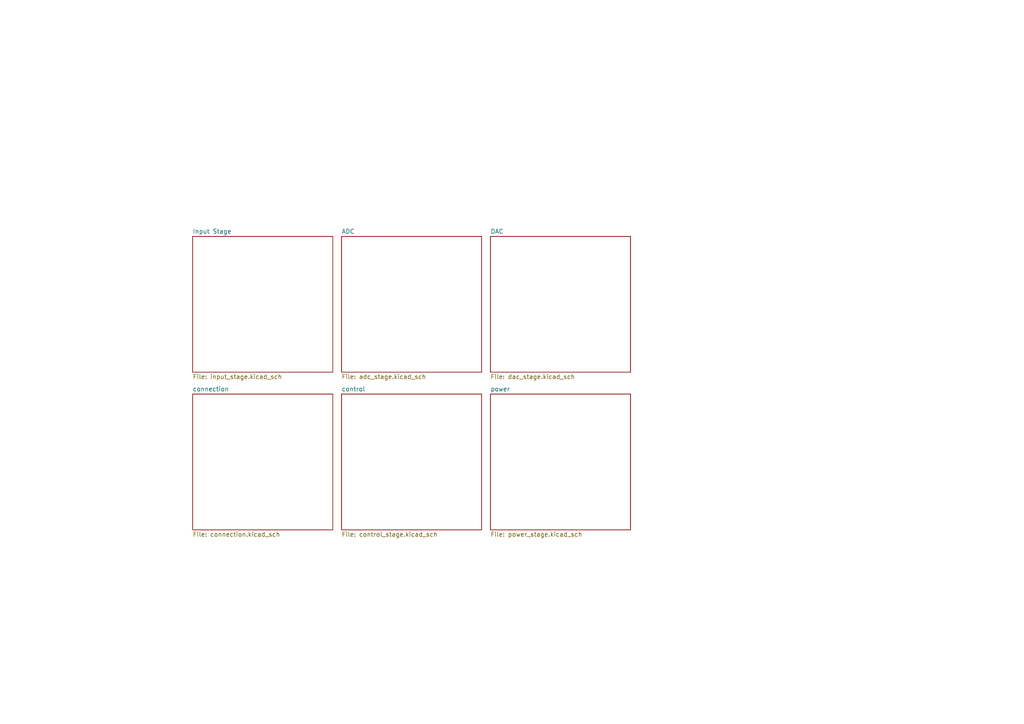
<source format=kicad_sch>
(kicad_sch (version 20211123) (generator eeschema)
  (paper "A4")
  (lib_symbols)
  (sheet (at 55.88 68.58) (size 40.64 39.37) (stroke (width 0.1524))
    (property "Sheet name" "Input Stage" (at 55.88 67.8684 0) (effects (justify left bottom)))
    (property "Sheet file" "input_stage.kicad_sch" (at 55.88 108.5346 0) (effects (justify left top)))
  )
  (sheet (at 55.88 114.3) (size 40.64 39.37) (stroke (width 0.1524))
    (property "Sheet name" "connection" (at 55.88 113.5884 0) (effects (justify left bottom)))
    (property "Sheet file" "connection.kicad_sch" (at 55.88 154.2546 0) (effects (justify left top)))
  )
  (sheet (at 99.06 114.3) (size 40.64 39.37) (stroke (width 0.1524))
    (property "Sheet name" "control" (at 99.06 113.5884 0) (effects (justify left bottom)))
    (property "Sheet file" "control_stage.kicad_sch" (at 99.06 154.2546 0) (effects (justify left top)))
  )
  (sheet (at 142.24 68.58) (size 40.64 39.37) (stroke (width 0.1524))
    (property "Sheet name" "DAC" (at 142.24 67.8684 0) (effects (justify left bottom)))
    (property "Sheet file" "dac_stage.kicad_sch" (at 142.24 108.5346 0) (effects (justify left top)))
  )
  (sheet (at 99.06 68.58) (size 40.64 39.37) (stroke (width 0.1524))
    (property "Sheet name" "ADC" (at 99.06 67.8684 0) (effects (justify left bottom)))
    (property "Sheet file" "adc_stage.kicad_sch" (at 99.06 108.5346 0) (effects (justify left top)))
  )
  (sheet (at 142.24 114.3) (size 40.64 39.37) (stroke (width 0.1524))
    (property "Sheet name" "power" (at 142.24 113.5884 0) (effects (justify left bottom)))
    (property "Sheet file" "power_stage.kicad_sch" (at 142.24 154.2546 0) (effects (justify left top)))
  )
)
</source>
